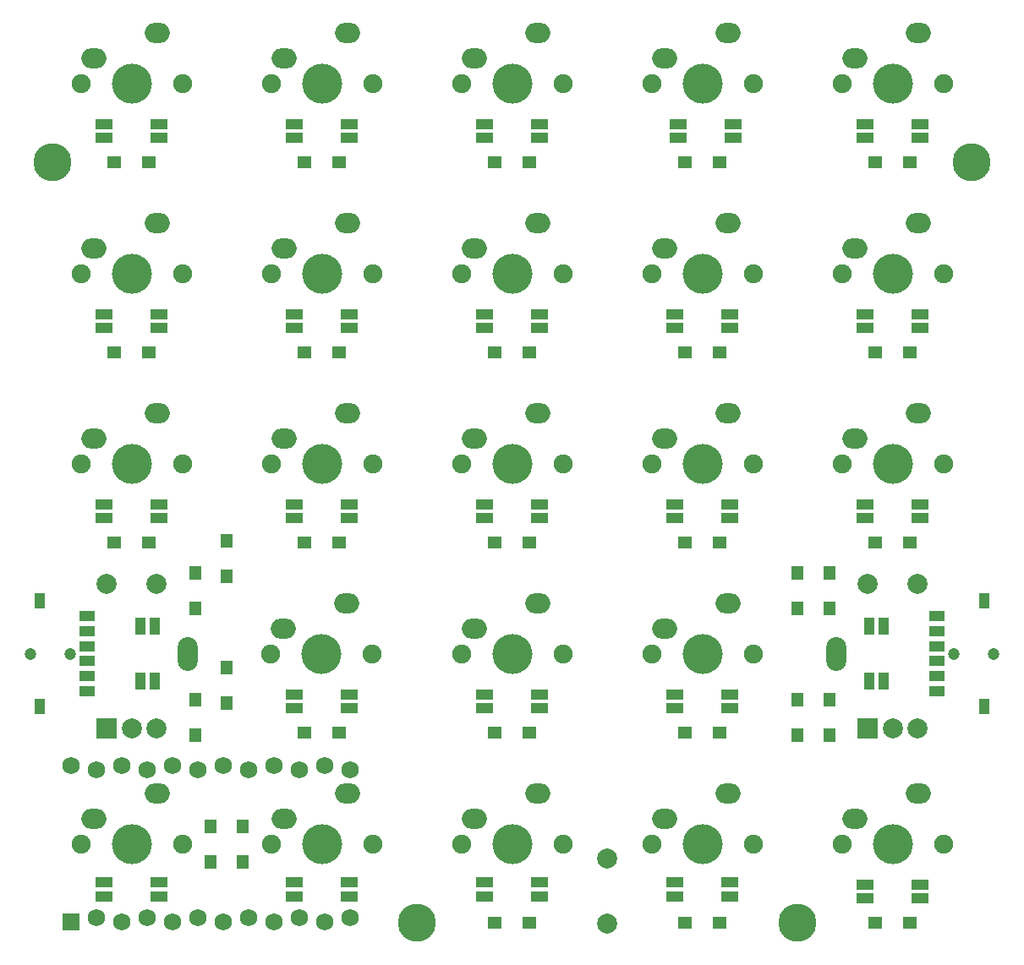
<source format=gbs>
G04 #@! TF.GenerationSoftware,KiCad,Pcbnew,(6.0.1)*
G04 #@! TF.CreationDate,2022-02-24T19:16:21+09:00*
G04 #@! TF.ProjectId,xipher_kbd_nohot,78697068-6572-45f6-9b62-645f6e6f686f,rev?*
G04 #@! TF.SameCoordinates,Original*
G04 #@! TF.FileFunction,Soldermask,Bot*
G04 #@! TF.FilePolarity,Negative*
%FSLAX46Y46*%
G04 Gerber Fmt 4.6, Leading zero omitted, Abs format (unit mm)*
G04 Created by KiCad (PCBNEW (6.0.1)) date 2022-02-24 19:16:21*
%MOMM*%
%LPD*%
G01*
G04 APERTURE LIST*
%ADD10R,1.752600X1.752600*%
%ADD11C,1.752600*%
%ADD12C,1.900000*%
%ADD13C,4.000000*%
%ADD14O,2.500000X2.000000*%
%ADD15C,3.800000*%
%ADD16R,2.000000X2.000000*%
%ADD17C,2.000000*%
%ADD18O,2.000000X3.400000*%
%ADD19R,1.300000X1.400000*%
%ADD20R,1.400000X1.300000*%
%ADD21R,1.700000X1.000000*%
%ADD22C,1.200000*%
%ADD23R,1.600000X1.000000*%
%ADD24R,1.100000X1.600000*%
%ADD25R,1.000000X1.700000*%
G04 APERTURE END LIST*
D10*
G04 #@! TO.C,U1*
X36830000Y-126911100D03*
D11*
X39370000Y-126453900D03*
X41910000Y-126911100D03*
X44450000Y-126453900D03*
X46990000Y-126911100D03*
X49530000Y-126453900D03*
X52070000Y-126911100D03*
X54610000Y-126453900D03*
X57150000Y-126911100D03*
X59690000Y-126453900D03*
X62230000Y-126911100D03*
X64770000Y-126453900D03*
X64770000Y-111671100D03*
X62230000Y-111213900D03*
X59690000Y-111671100D03*
X57150000Y-111213900D03*
X54610000Y-111671100D03*
X52070000Y-111213900D03*
X49530000Y-111671100D03*
X46990000Y-111213900D03*
X44450000Y-111671100D03*
X41910000Y-111213900D03*
X39370000Y-111671100D03*
X36830000Y-111213900D03*
G04 #@! TD*
D12*
G04 #@! TO.C,SW21*
X86042500Y-100012500D03*
X75882500Y-100012500D03*
D13*
X80962500Y-100012500D03*
D14*
X77152500Y-97472500D03*
X83502500Y-94932500D03*
G04 #@! TD*
D12*
G04 #@! TO.C,SW9*
X37782500Y-61912500D03*
D13*
X42862500Y-61912500D03*
D12*
X47942500Y-61912500D03*
D14*
X39052500Y-59372500D03*
X45402500Y-56832500D03*
G04 #@! TD*
D12*
G04 #@! TO.C,SW8*
X124142500Y-42862500D03*
D13*
X119062500Y-42862500D03*
D12*
X113982500Y-42862500D03*
D14*
X115252500Y-40322500D03*
X121602500Y-37782500D03*
G04 #@! TD*
D15*
G04 #@! TO.C,REF1*
X127000000Y-50800000D03*
G04 #@! TD*
G04 #@! TO.C,REF2*
X34925000Y-50800000D03*
G04 #@! TD*
D12*
G04 #@! TO.C,SW4*
X47942500Y-42862500D03*
X37782500Y-42862500D03*
D13*
X42862500Y-42862500D03*
D14*
X39052500Y-40322500D03*
X45402500Y-37782500D03*
G04 #@! TD*
D13*
G04 #@! TO.C,SW13*
X119062500Y-61912500D03*
D12*
X113982500Y-61912500D03*
X124142500Y-61912500D03*
D14*
X115252500Y-59372500D03*
X121602500Y-56832500D03*
G04 #@! TD*
D13*
G04 #@! TO.C,SW12*
X100012500Y-61912500D03*
D12*
X94932500Y-61912500D03*
X105092500Y-61912500D03*
D14*
X96202500Y-59372500D03*
X102552500Y-56832500D03*
G04 #@! TD*
D12*
G04 #@! TO.C,SW17*
X94932500Y-80962500D03*
X105092500Y-80962500D03*
D13*
X100012500Y-80962500D03*
D14*
X96202500Y-78422500D03*
X102552500Y-75882500D03*
G04 #@! TD*
D15*
G04 #@! TO.C,REF4*
X71437500Y-127000000D03*
G04 #@! TD*
D12*
G04 #@! TO.C,SW7*
X94932500Y-42862500D03*
X105092500Y-42862500D03*
D13*
X100012500Y-42862500D03*
D14*
X96202500Y-40322500D03*
X102552500Y-37782500D03*
G04 #@! TD*
D13*
G04 #@! TO.C,SW20*
X61880000Y-100012500D03*
D12*
X66960000Y-100012500D03*
X56800000Y-100012500D03*
D14*
X58070000Y-97472500D03*
X64420000Y-94932500D03*
G04 #@! TD*
D15*
G04 #@! TO.C,REF3*
X109537500Y-127000000D03*
G04 #@! TD*
D13*
G04 #@! TO.C,SW26*
X80962500Y-119062500D03*
D12*
X75882500Y-119062500D03*
X86042500Y-119062500D03*
D14*
X77152500Y-116522500D03*
X83502500Y-113982500D03*
G04 #@! TD*
D12*
G04 #@! TO.C,SW27*
X105092500Y-119062500D03*
X94932500Y-119062500D03*
D13*
X100012500Y-119062500D03*
D14*
X96202500Y-116522500D03*
X102552500Y-113982500D03*
G04 #@! TD*
D12*
G04 #@! TO.C,SW28*
X124142500Y-119062500D03*
D13*
X119062500Y-119062500D03*
D12*
X113982500Y-119062500D03*
D14*
X115252500Y-116522500D03*
X121602500Y-113982500D03*
G04 #@! TD*
D12*
G04 #@! TO.C,SW6*
X75882500Y-42862500D03*
D13*
X80962500Y-42862500D03*
D12*
X86042500Y-42862500D03*
D14*
X77152500Y-40322500D03*
X83502500Y-37782500D03*
G04 #@! TD*
D12*
G04 #@! TO.C,SW22*
X94932500Y-100012500D03*
D13*
X100012500Y-100012500D03*
D12*
X105092500Y-100012500D03*
D14*
X96202500Y-97472500D03*
X102552500Y-94932500D03*
G04 #@! TD*
D13*
G04 #@! TO.C,SW10*
X61912500Y-61912500D03*
D12*
X66992500Y-61912500D03*
X56832500Y-61912500D03*
D14*
X58102500Y-59372500D03*
X64452500Y-56832500D03*
G04 #@! TD*
D16*
G04 #@! TO.C,SW2*
X116562500Y-107512500D03*
D17*
X121562500Y-107512500D03*
X119062500Y-107512500D03*
D18*
X113462500Y-100012500D03*
D17*
X121562500Y-93012500D03*
X116562500Y-93012500D03*
G04 #@! TD*
D12*
G04 #@! TO.C,SW14*
X37782500Y-80962500D03*
D13*
X42862500Y-80962500D03*
D12*
X47942500Y-80962500D03*
D14*
X39052500Y-78422500D03*
X45402500Y-75882500D03*
G04 #@! TD*
D13*
G04 #@! TO.C,SW15*
X61912500Y-80962500D03*
D12*
X66992500Y-80962500D03*
X56832500Y-80962500D03*
D14*
X58102500Y-78422500D03*
X64452500Y-75882500D03*
G04 #@! TD*
D12*
G04 #@! TO.C,SW25*
X66992500Y-119062500D03*
X56832500Y-119062500D03*
D13*
X61912500Y-119062500D03*
D14*
X58102500Y-116522500D03*
X64452500Y-113982500D03*
G04 #@! TD*
D13*
G04 #@! TO.C,SW5*
X61912500Y-42862500D03*
D12*
X66992500Y-42862500D03*
X56832500Y-42862500D03*
D14*
X58102500Y-40322500D03*
X64452500Y-37782500D03*
G04 #@! TD*
D12*
G04 #@! TO.C,SW24*
X47942500Y-119062500D03*
X37782500Y-119062500D03*
D13*
X42862500Y-119062500D03*
D14*
X39052500Y-116522500D03*
X45402500Y-113982500D03*
G04 #@! TD*
D12*
G04 #@! TO.C,SW16*
X75882500Y-80962500D03*
X86042500Y-80962500D03*
D13*
X80962500Y-80962500D03*
D14*
X77152500Y-78422500D03*
X83502500Y-75882500D03*
G04 #@! TD*
D13*
G04 #@! TO.C,SW11*
X80962500Y-61912500D03*
D12*
X75882500Y-61912500D03*
X86042500Y-61912500D03*
D14*
X77152500Y-59372500D03*
X83502500Y-56832500D03*
G04 #@! TD*
D13*
G04 #@! TO.C,SW18*
X119062500Y-80962500D03*
D12*
X113982500Y-80962500D03*
X124142500Y-80962500D03*
D14*
X115252500Y-78422500D03*
X121602500Y-75882500D03*
G04 #@! TD*
D16*
G04 #@! TO.C,SW3*
X40362500Y-107512500D03*
D17*
X45362500Y-107512500D03*
X42862500Y-107512500D03*
D18*
X48462500Y-100012500D03*
D17*
X45362500Y-93012500D03*
X40362500Y-93012500D03*
G04 #@! TD*
D19*
G04 #@! TO.C,D18*
X109537500Y-108137500D03*
X109537500Y-104587500D03*
G04 #@! TD*
D20*
G04 #@! TO.C,D2*
X60137500Y-50800000D03*
X63687500Y-50800000D03*
G04 #@! TD*
D21*
G04 #@! TO.C,LED1*
X40112500Y-46925000D03*
X40112500Y-48325000D03*
X45612500Y-48325000D03*
X45612500Y-46925000D03*
G04 #@! TD*
D19*
G04 #@! TO.C,D17*
X109537500Y-95437500D03*
X109537500Y-91887500D03*
G04 #@! TD*
D17*
G04 #@! TO.C,SW1*
X90487500Y-120575000D03*
X90487500Y-127075000D03*
G04 #@! TD*
D20*
G04 #@! TO.C,D29*
X79187500Y-127000000D03*
X82737500Y-127000000D03*
G04 #@! TD*
G04 #@! TO.C,D4*
X98237500Y-50800000D03*
X101787500Y-50800000D03*
G04 #@! TD*
D19*
G04 #@! TO.C,D19*
X49212500Y-95437500D03*
X49212500Y-91887500D03*
G04 #@! TD*
D20*
G04 #@! TO.C,D16*
X117287500Y-88900000D03*
X120837500Y-88900000D03*
G04 #@! TD*
D21*
G04 #@! TO.C,LED23*
X78212500Y-122925000D03*
X78212500Y-124325000D03*
X83712500Y-124325000D03*
X83712500Y-122925000D03*
G04 #@! TD*
D20*
G04 #@! TO.C,D31*
X117287500Y-127000000D03*
X120837500Y-127000000D03*
G04 #@! TD*
D21*
G04 #@! TO.C,LED3*
X78212500Y-46925000D03*
X78212500Y-48325000D03*
X83712500Y-48325000D03*
X83712500Y-46925000D03*
G04 #@! TD*
G04 #@! TO.C,LED12*
X59162500Y-85025000D03*
X59162500Y-86425000D03*
X64662500Y-86425000D03*
X64662500Y-85025000D03*
G04 #@! TD*
G04 #@! TO.C,LED11*
X40112500Y-85025000D03*
X40112500Y-86425000D03*
X45612500Y-86425000D03*
X45612500Y-85025000D03*
G04 #@! TD*
D20*
G04 #@! TO.C,D22*
X98237500Y-107950000D03*
X101787500Y-107950000D03*
G04 #@! TD*
G04 #@! TO.C,D1*
X41087500Y-50800000D03*
X44637500Y-50800000D03*
G04 #@! TD*
D22*
G04 #@! TO.C,S1*
X129187500Y-100012500D03*
X125187500Y-100012500D03*
D23*
X123487500Y-103762500D03*
X123487500Y-102262500D03*
X123487500Y-99262500D03*
X123487500Y-97762500D03*
D24*
X128287500Y-94712500D03*
D23*
X123487500Y-96262500D03*
D24*
X128287500Y-105312500D03*
D23*
X123487500Y-100762500D03*
G04 #@! TD*
D20*
G04 #@! TO.C,D3*
X79187500Y-50800000D03*
X82737500Y-50800000D03*
G04 #@! TD*
G04 #@! TO.C,D12*
X41087500Y-88900000D03*
X44637500Y-88900000D03*
G04 #@! TD*
D21*
G04 #@! TO.C,LED17*
X59162500Y-104075000D03*
X59162500Y-105475000D03*
X64662500Y-105475000D03*
X64662500Y-104075000D03*
G04 #@! TD*
D20*
G04 #@! TO.C,D14*
X79187500Y-88900000D03*
X82737500Y-88900000D03*
G04 #@! TD*
D21*
G04 #@! TO.C,LED22*
X59162500Y-122925000D03*
X59162500Y-124325000D03*
X64662500Y-124325000D03*
X64662500Y-122925000D03*
G04 #@! TD*
G04 #@! TO.C,LED8*
X78212500Y-65975000D03*
X78212500Y-67375000D03*
X83712500Y-67375000D03*
X83712500Y-65975000D03*
G04 #@! TD*
D19*
G04 #@! TO.C,D26*
X49212500Y-108137500D03*
X49212500Y-104587500D03*
G04 #@! TD*
D20*
G04 #@! TO.C,D8*
X79187500Y-69850000D03*
X82737500Y-69850000D03*
G04 #@! TD*
D22*
G04 #@! TO.C,S2*
X32737500Y-100012500D03*
X36737500Y-100012500D03*
D23*
X38437500Y-96262500D03*
X38437500Y-97762500D03*
X38437500Y-100762500D03*
X38437500Y-102262500D03*
D24*
X33637500Y-105312500D03*
D23*
X38437500Y-103762500D03*
D24*
X33637500Y-94712500D03*
D23*
X38437500Y-99262500D03*
G04 #@! TD*
D21*
G04 #@! TO.C,LED14*
X97262500Y-85025000D03*
X97262500Y-86425000D03*
X102762500Y-86425000D03*
X102762500Y-85025000D03*
G04 #@! TD*
D19*
G04 #@! TO.C,D23*
X112712500Y-95437500D03*
X112712500Y-91887500D03*
G04 #@! TD*
D21*
G04 #@! TO.C,LED15*
X116312500Y-85025000D03*
X116312500Y-86425000D03*
X121812500Y-86425000D03*
X121812500Y-85025000D03*
G04 #@! TD*
D25*
G04 #@! TO.C,LED16*
X43750000Y-102762500D03*
X45150000Y-102762500D03*
X45150000Y-97262500D03*
X43750000Y-97262500D03*
G04 #@! TD*
D20*
G04 #@! TO.C,D30*
X98237500Y-127000000D03*
X101787500Y-127000000D03*
G04 #@! TD*
G04 #@! TO.C,D9*
X98237500Y-69850000D03*
X101787500Y-69850000D03*
G04 #@! TD*
G04 #@! TO.C,D20*
X60137500Y-107950000D03*
X63687500Y-107950000D03*
G04 #@! TD*
D21*
G04 #@! TO.C,LED25*
X116312500Y-123125000D03*
X116312500Y-124525000D03*
X121812500Y-124525000D03*
X121812500Y-123125000D03*
G04 #@! TD*
G04 #@! TO.C,LED19*
X97262500Y-104075000D03*
X97262500Y-105475000D03*
X102762500Y-105475000D03*
X102762500Y-104075000D03*
G04 #@! TD*
G04 #@! TO.C,LED5*
X116312500Y-46925000D03*
X116312500Y-48325000D03*
X121812500Y-48325000D03*
X121812500Y-46925000D03*
G04 #@! TD*
G04 #@! TO.C,LED4*
X97631300Y-46925000D03*
X97631300Y-48325000D03*
X103131300Y-48325000D03*
X103131300Y-46925000D03*
G04 #@! TD*
G04 #@! TO.C,LED2*
X59162500Y-46925000D03*
X59162500Y-48325000D03*
X64662500Y-48325000D03*
X64662500Y-46925000D03*
G04 #@! TD*
D20*
G04 #@! TO.C,D13*
X60137500Y-88900000D03*
X63687500Y-88900000D03*
G04 #@! TD*
G04 #@! TO.C,D21*
X79187500Y-107950000D03*
X82737500Y-107950000D03*
G04 #@! TD*
D19*
G04 #@! TO.C,D27*
X50800000Y-120837500D03*
X50800000Y-117287500D03*
G04 #@! TD*
D20*
G04 #@! TO.C,D7*
X60137500Y-69850000D03*
X63687500Y-69850000D03*
G04 #@! TD*
D21*
G04 #@! TO.C,LED7*
X59162500Y-65975000D03*
X59162500Y-67375000D03*
X64662500Y-67375000D03*
X64662500Y-65975000D03*
G04 #@! TD*
D25*
G04 #@! TO.C,LED20*
X116775000Y-102762500D03*
X118175000Y-102762500D03*
X118175000Y-97262500D03*
X116775000Y-97262500D03*
G04 #@! TD*
D19*
G04 #@! TO.C,D28*
X53975000Y-120837500D03*
X53975000Y-117287500D03*
G04 #@! TD*
D20*
G04 #@! TO.C,D15*
X98237500Y-88900000D03*
X101787500Y-88900000D03*
G04 #@! TD*
D21*
G04 #@! TO.C,LED10*
X116312500Y-65975000D03*
X116312500Y-67375000D03*
X121812500Y-67375000D03*
X121812500Y-65975000D03*
G04 #@! TD*
D19*
G04 #@! TO.C,D11*
X112712500Y-108137500D03*
X112712500Y-104587500D03*
G04 #@! TD*
D20*
G04 #@! TO.C,D6*
X41087500Y-69850000D03*
X44637500Y-69850000D03*
G04 #@! TD*
G04 #@! TO.C,D10*
X117287500Y-69850000D03*
X120837500Y-69850000D03*
G04 #@! TD*
D21*
G04 #@! TO.C,LED6*
X40112500Y-65975000D03*
X40112500Y-67375000D03*
X45612500Y-67375000D03*
X45612500Y-65975000D03*
G04 #@! TD*
G04 #@! TO.C,LED21*
X40112500Y-122925000D03*
X40112500Y-124325000D03*
X45612500Y-124325000D03*
X45612500Y-122925000D03*
G04 #@! TD*
G04 #@! TO.C,LED13*
X78212500Y-85025000D03*
X78212500Y-86425000D03*
X83712500Y-86425000D03*
X83712500Y-85025000D03*
G04 #@! TD*
G04 #@! TO.C,LED9*
X97262500Y-65975000D03*
X97262500Y-67375000D03*
X102762500Y-67375000D03*
X102762500Y-65975000D03*
G04 #@! TD*
G04 #@! TO.C,LED18*
X78212500Y-104075000D03*
X78212500Y-105475000D03*
X83712500Y-105475000D03*
X83712500Y-104075000D03*
G04 #@! TD*
G04 #@! TO.C,LED24*
X97262500Y-122925000D03*
X97262500Y-124325000D03*
X102762500Y-124325000D03*
X102762500Y-122925000D03*
G04 #@! TD*
D19*
G04 #@! TO.C,D24*
X52387500Y-104962500D03*
X52387500Y-101412500D03*
G04 #@! TD*
G04 #@! TO.C,D25*
X52387500Y-92262500D03*
X52387500Y-88712500D03*
G04 #@! TD*
D20*
G04 #@! TO.C,D5*
X117287500Y-50800000D03*
X120837500Y-50800000D03*
G04 #@! TD*
M02*

</source>
